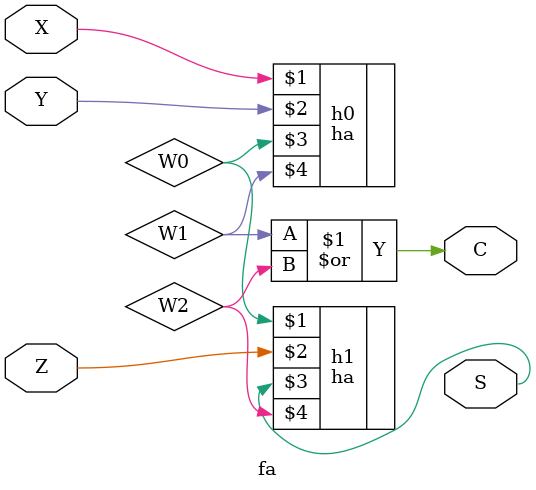
<source format=v>
module fa(
	input X, Y, Z,
	output S, C
);

wire W0, W1, W2;

ha h0(X, Y, W0, W1);
ha h1(W0, Z, S, W2);
or(C, W1, W2);

endmodule

</source>
